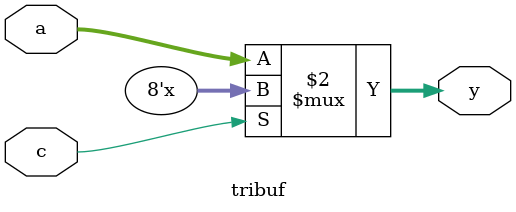
<source format=v>
`timescale 1ns/1ns

module tribuf(a, c, y);
	input  [7:0] a;
	input        c;
	output [7:0] y;
	
	assign y = (c == 1'b0) ? a : 8'bzzzzzzzz;
	
endmodule

</source>
